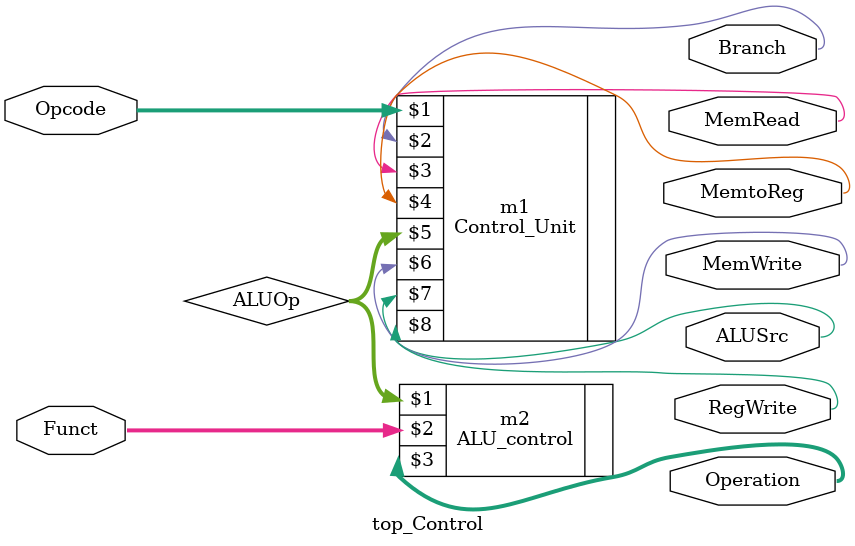
<source format=v>
`timescale 1ns / 1ps

module top_Control(
    input [6:0] Opcode,
    input [3:0] Funct,
    output Branch,
    output MemRead,
    output MemtoReg,
    output MemWrite,
    output ALUSrc,
    output RegWrite,
    output [3:0]Operation
    );
    wire [1:0] ALUOp;
    Control_Unit m1(Opcode, Branch,MemRead, MemtoReg, ALUOp, MemWrite, ALUSrc, RegWrite);
    ALU_control m2(ALUOp, Funct, Operation);
endmodule

</source>
